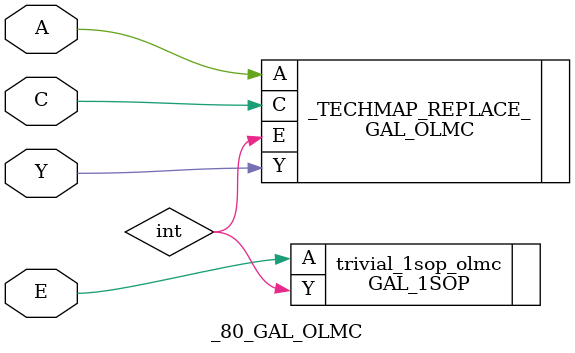
<source format=v>
(* techmap_celltype = "GAL_OLMC" *)
module _80_GAL_OLMC (C, E, A, Y);
	parameter REGISTERED = 0;
	parameter INVERTED = 0;

	input C, E, A;
	inout Y;

	wire int;

	generate
		GAL_OLMC #(
			.REGISTERED(REGISTERED),
			.INVERTED(INVERTED)
		) _TECHMAP_REPLACE_ (
			.C(C),
			.E(int),
			.A(A),
			.Y(Y)
		);

		GAL_1SOP #(
			.WIDTH(1),
			.DEPTH(1),
			.TABLE(2'b10)
		) trivial_1sop_olmc (
			.A(E),
			.Y(int),
		);
	endgenerate
endmodule

</source>
